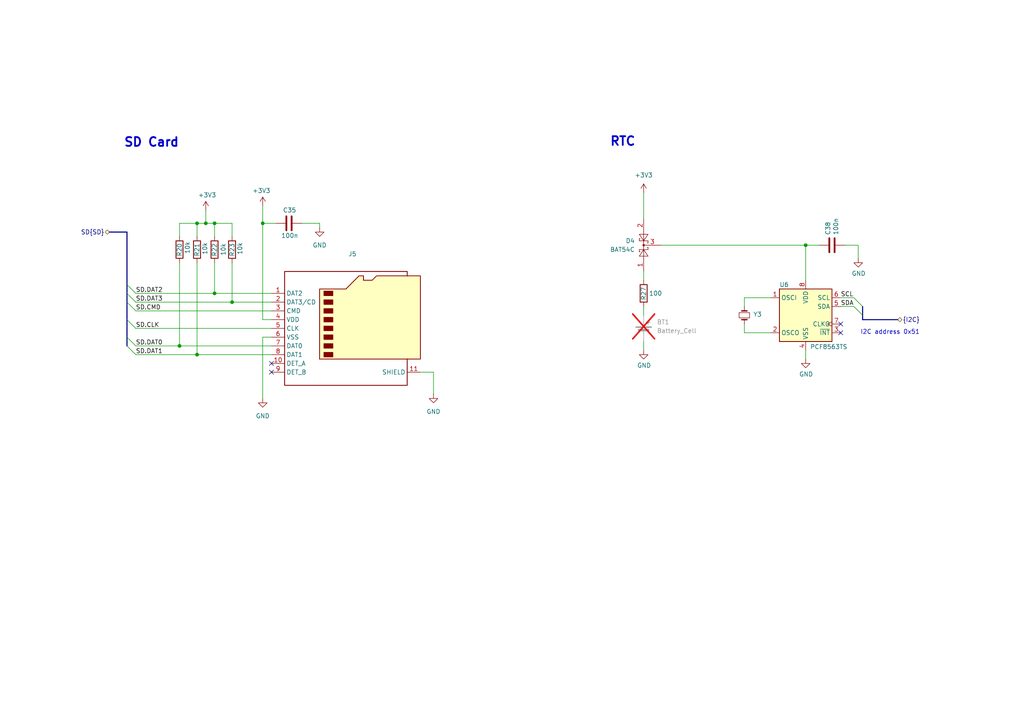
<source format=kicad_sch>
(kicad_sch (version 20250114) (generator "eeschema") (generator_version "9.0")
  (paper "A4")
  (title_block (title "AuraMon") (rev "v0.1"))
  (lib_symbols
    (symbol "Connector:Micro_SD_Card_Det2"
      (property "Reference" "J" (at -16.51 17.78 0))
      (property "Value" "Micro_SD_Card_Det2" (at 16.51 17.78 0))
      (symbol "Micro_SD_Card_Det2_0_1"
        (polyline (pts (xy -8.89 -8.89) (xy -8.89 11.43) (xy -1.27 11.43) (xy 2.54 15.24) (xy 3.81 15.24) (xy 3.81 13.97) (xy 6.35 13.97) (xy 7.62 15.24) (xy 20.32 15.24) (xy 20.32 -8.89) (xy -8.89 -8.89)) (stroke (width 0.254)) (fill (type background)))
        (rectangle (start -7.62 10.795) (end -5.08 9.525) (stroke (width 0.254)) (fill (type outline)))
        (rectangle (start -7.62 8.255) (end -5.08 6.985) (stroke (width 0.254)) (fill (type outline)))
        (rectangle (start -7.62 5.715) (end -5.08 4.445) (stroke (width 0.254)) (fill (type outline)))
        (rectangle (start -7.62 3.175) (end -5.08 1.905) (stroke (width 0.254)) (fill (type outline)))
        (rectangle (start -7.62 0.635) (end -5.08 -0.635) (stroke (width 0.254)) (fill (type outline)))
        (rectangle (start -7.62 -1.905) (end -5.08 -3.175) (stroke (width 0.254)) (fill (type outline)))
        (rectangle (start -7.62 -4.445) (end -5.08 -5.715) (stroke (width 0.254)) (fill (type outline)))
        (rectangle (start -7.62 -6.985) (end -5.08 -8.255) (stroke (width 0.254)) (fill (type outline)))
        (polyline (pts (xy 16.51 15.24) (xy 16.51 16.51) (xy -19.05 16.51) (xy -19.05 -16.51) (xy 16.51 -16.51) (xy 16.51 -8.89)) (stroke (width 0.254)))
      )
      (symbol "Micro_SD_Card_Det2_1_1"
        (pin bidirectional line (at -22.86 10.16 0) (length 3.81) (name "DAT2") (number "1"))
        (pin bidirectional line (at -22.86 7.62 0) (length 3.81) (name "DAT3/CD") (number "2"))
        (pin input line (at -22.86 5.08 0) (length 3.81) (name "CMD") (number "3"))
        (pin power_in line (at -22.86 2.54 0) (length 3.81) (name "VDD") (number "4"))
        (pin input line (at -22.86 0 0) (length 3.81) (name "CLK") (number "5"))
        (pin power_in line (at -22.86 -2.54 0) (length 3.81) (name "VSS") (number "6"))
        (pin bidirectional line (at -22.86 -5.08 0) (length 3.81) (name "DAT0") (number "7"))
        (pin bidirectional line (at -22.86 -7.62 0) (length 3.81) (name "DAT1") (number "8"))
        (pin passive line (at -22.86 -10.16 0) (length 3.81) (name "DET_A") (number "10"))
        (pin passive line (at -22.86 -12.7 0) (length 3.81) (name "DET_B") (number "9"))
        (pin passive line (at 20.32 -12.7 180) (length 3.81) (name "SHIELD") (number "11"))
      )
    )
    (symbol "Device:Battery_Cell" (pin_numbers (hide yes)) (pin_names (offset 0) (hide yes))
      (property "Reference" "BT" (at 2.54 2.54 0))
      (property "Value" "Battery_Cell" (at 2.54 0 0))
      (symbol "Battery_Cell_0_1"
        (rectangle (start -2.286 1.778) (end 2.286 1.524) (fill (type outline)))
        (rectangle (start -1.524 1.016) (end 1.524 0.508) (fill (type outline)))
        (polyline (pts (xy 0 1.778) (xy 0 2.54)))
        (polyline (pts (xy 0 0.762) (xy 0 0)))
        (polyline (pts (xy 0.762 3.048) (xy 1.778 3.048)) (stroke (width 0.254)))
        (polyline (pts (xy 1.27 3.556) (xy 1.27 2.54)) (stroke (width 0.254)))
      )
      (symbol "Battery_Cell_1_1"
        (pin passive line (at 0 5.08 270) (length 2.54) (name "+") (number "1"))
        (pin passive line (at 0 -2.54 90) (length 2.54) (name "-") (number "2"))
      )
    )
    (symbol "Device:C" (pin_numbers (hide yes)) (pin_names (offset 0.254))
      (property "Reference" "C" (at 0.635 2.54 0))
      (property "Value" "C" (at 0.635 -2.54 0))
      (symbol "C_0_1"
        (polyline (pts (xy -2.032 0.762) (xy 2.032 0.762)) (stroke (width 0.508)))
        (polyline (pts (xy -2.032 -0.762) (xy 2.032 -0.762)) (stroke (width 0.508)))
      )
      (symbol "C_1_1"
        (pin passive line (at 0 3.81 270) (length 2.794) (name "~") (number "1"))
        (pin passive line (at 0 -3.81 90) (length 2.794) (name "~") (number "2"))
      )
    )
    (symbol "Device:Crystal_Small" (pin_numbers (hide yes)) (pin_names (offset 1.016) (hide yes))
      (property "Reference" "Y" (at 0 2.54 0))
      (property "Value" "Crystal_Small" (at 0 -2.54 0))
      (symbol "Crystal_Small_0_1"
        (polyline (pts (xy -1.27 -0.762) (xy -1.27 0.762)) (stroke (width 0.381)))
        (rectangle (start -0.762 -1.524) (end 0.762 1.524))
        (polyline (pts (xy 1.27 -0.762) (xy 1.27 0.762)) (stroke (width 0.381)))
      )
      (symbol "Crystal_Small_1_1"
        (pin passive line (at -2.54 0 0) (length 1.27) (name "1") (number "1"))
        (pin passive line (at 2.54 0 180) (length 1.27) (name "2") (number "2"))
      )
    )
    (symbol "Device:R" (pin_numbers (hide yes)) (pin_names (offset 0))
      (property "Reference" "R" (at 2.032 0 90))
      (property "Value" "R" (at 0 0 90))
      (symbol "R_0_1"
        (rectangle (start -1.016 -2.54) (end 1.016 2.54) (stroke (width 0.254)))
      )
      (symbol "R_1_1"
        (pin passive line (at 0 3.81 270) (length 1.27) (name "~") (number "1"))
        (pin passive line (at 0 -3.81 90) (length 1.27) (name "~") (number "2"))
      )
    )
    (symbol "Diode:BAT54C" (pin_names (offset 1.016))
      (property "Reference" "D" (at 0.635 -3.81 0))
      (property "Value" "BAT54C" (at -6.35 3.175 0))
      (symbol "BAT54C_0_1"
        (polyline (pts (xy -3.175 -1.27) (xy -3.175 1.27) (xy -1.27 0) (xy -3.175 -1.27)))
        (polyline (pts (xy -1.905 1.27) (xy -1.905 1.016)))
        (polyline (pts (xy -1.905 0) (xy 1.905 0)))
        (polyline (pts (xy -1.27 1.27) (xy -1.905 1.27)))
        (polyline (pts (xy -1.27 1.27) (xy -1.27 -1.27)))
        (polyline (pts (xy -1.27 0) (xy -3.81 0)))
        (polyline (pts (xy -1.27 -1.27) (xy -0.635 -1.27)))
        (polyline (pts (xy -0.635 -1.27) (xy -0.635 -1.016)))
        (circle (center 0 0) (radius 0.254) (fill (type outline)))
        (polyline (pts (xy 0.635 -1.27) (xy 0.635 -1.016)))
        (polyline (pts (xy 1.27 1.27) (xy 1.27 -1.27)))
        (polyline (pts (xy 1.27 1.27) (xy 1.905 1.27)))
        (polyline (pts (xy 1.27 -1.27) (xy 0.635 -1.27)))
        (polyline (pts (xy 1.905 1.27) (xy 1.905 1.016)))
        (polyline (pts (xy 3.175 -1.27) (xy 3.175 1.27) (xy 1.27 0) (xy 3.175 -1.27)))
        (polyline (pts (xy 3.81 0) (xy 1.27 0)))
      )
      (symbol "BAT54C_1_1"
        (pin passive line (at -7.62 0 0) (length 3.81) (name "~") (number "1"))
        (pin passive line (at 0 -5.08 90) (length 5.08) (name "~") (number "3"))
        (pin passive line (at 7.62 0 180) (length 3.81) (name "~") (number "2"))
      )
    )
    (symbol "Timer_RTC:PCF8563TS"
      (property "Reference" "U" (at -7.62 8.89 0))
      (property "Value" "PCF8563TS" (at 2.54 8.89 0))
      (symbol "PCF8563TS_0_1"
        (rectangle (start -7.62 7.62) (end 7.62 -7.62) (stroke (width 0.254)) (fill (type background)))
      )
      (symbol "PCF8563TS_1_1"
        (pin input line (at -10.16 5.08 0) (length 2.54) (name "OSCI") (number "1"))
        (pin output line (at -10.16 -5.08 0) (length 2.54) (name "OSCO") (number "2"))
        (pin power_in line (at 0 10.16 270) (length 2.54) (name "VDD") (number "8"))
        (pin power_in line (at 0 -10.16 90) (length 2.54) (name "VSS") (number "4"))
        (pin input line (at 10.16 5.08 180) (length 2.54) (name "SCL") (number "6"))
        (pin bidirectional line (at 10.16 2.54 180) (length 2.54) (name "SDA") (number "5"))
        (pin output clock (at 10.16 -2.54 180) (length 2.54) (name "CLKO") (number "7"))
        (pin output line (at 10.16 -5.08 180) (length 2.54) (name "~{INT}") (number "3"))
      )
    )
    (symbol "power:+3V3" (power) (pin_numbers (hide yes)) (pin_names (offset 0) (hide yes))
      (property "Value" "+3V3" (at 0 3.556 0))
      (symbol "+3V3_0_1"
        (polyline (pts (xy -0.762 1.27) (xy 0 2.54)))
        (polyline (pts (xy 0 2.54) (xy 0.762 1.27)))
        (polyline (pts (xy 0 0) (xy 0 2.54)))
      )
      (symbol "+3V3_1_1"
        (pin power_in line (at 0 0 90) (length 0) (name "~") (number "1"))
      )
    )
    (symbol "power:GND" (power) (pin_numbers (hide yes)) (pin_names (offset 0) (hide yes))
      (property "Value" "GND" (at 0 -3.81 0))
      (symbol "GND_0_1"
        (polyline (pts (xy 0 0) (xy 0 -1.27) (xy 1.27 -1.27) (xy 0 -2.54) (xy -1.27 -1.27) (xy 0 -1.27)))
      )
      (symbol "GND_1_1"
        (pin power_in line (at 0 0 270) (length 0) (name "~") (number "1"))
      )
    )
  )
  (bus_alias "SD" (members "CLK" "CMD" "DAT0" "DAT1" "DAT2" "DAT3"))
  (text "I2C address 0x51" (at 249.555 97.155 0) (effects (font (size 1.27 1.27)) (justify left bottom)))
  (text "RTC" (at 176.784 41.148 0) (effects (font (size 2.54 2.54) (thickness 0.508) (bold yes)) (justify left)))
  (text "SD Card" (at 35.814 41.402 0) (effects (font (size 2.54 2.54) (thickness 0.508) (bold yes)) (justify left)))
  (junction (at 59.69 64.77))
  (junction (at 76.2 64.77))
  (junction (at 233.68 71.12))
  (junction (at 62.23 64.77))
  (junction (at 57.15 102.87))
  (junction (at 62.23 85.09))
  (junction (at 57.15 64.77))
  (junction (at 52.07 100.33))
  (junction (at 67.31 87.63))
  (no_connect (at 243.84 93.98))
  (no_connect (at 78.74 107.95))
  (no_connect (at 243.84 96.52))
  (no_connect (at 78.74 105.41))
  (bus_entry (at 36.83 82.55) (size 2.54 2.54))
  (bus_entry (at 36.83 87.63) (size 2.54 2.54))
  (bus_entry (at 36.83 97.79) (size 2.54 2.54))
  (bus_entry (at 36.83 100.33) (size 2.54 2.54))
  (bus_entry (at 250.19 88.9) (size -2.54 -2.54) (stroke (width 0.1524)))
  (bus_entry (at 36.83 85.09) (size 2.54 2.54))
  (bus_entry (at 36.83 92.71) (size 2.54 2.54))
  (bus_entry (at 250.19 91.44) (size -2.54 -2.54) (stroke (width 0.1524)))
  (wire (pts (xy 243.84 88.9) (xy 247.65 88.9)))
  (bus (pts (xy 250.19 88.9) (xy 250.19 91.44)))
  (wire (pts (xy 62.23 64.77) (xy 62.23 68.58)))
  (wire (pts (xy 52.07 76.2) (xy 52.07 100.33)))
  (wire (pts (xy 215.9 86.36) (xy 223.52 86.36)))
  (wire (pts (xy 186.69 88.9) (xy 186.69 91.44)))
  (wire (pts (xy 67.31 64.77) (xy 67.31 68.58)))
  (wire (pts (xy 92.71 66.04) (xy 92.71 64.77)))
  (wire (pts (xy 59.69 64.77) (xy 62.23 64.77)))
  (wire (pts (xy 52.07 64.77) (xy 57.15 64.77)))
  (wire (pts (xy 78.74 97.79) (xy 76.2 97.79)))
  (wire (pts (xy 76.2 64.77) (xy 76.2 59.69)))
  (wire (pts (xy 57.15 102.87) (xy 78.74 102.87)))
  (wire (pts (xy 76.2 97.79) (xy 76.2 115.57)))
  (wire (pts (xy 57.15 64.77) (xy 57.15 68.58)))
  (wire (pts (xy 62.23 64.77) (xy 67.31 64.77)))
  (wire (pts (xy 125.73 107.95) (xy 121.92 107.95)))
  (wire (pts (xy 248.92 71.12) (xy 245.11 71.12)))
  (wire (pts (xy 59.69 60.96) (xy 59.69 64.77)))
  (wire (pts (xy 39.37 100.33) (xy 52.07 100.33)))
  (bus (pts (xy 36.83 82.55) (xy 36.83 85.09)))
  (wire (pts (xy 80.01 64.77) (xy 76.2 64.77)))
  (wire (pts (xy 92.71 64.77) (xy 87.63 64.77)))
  (bus (pts (xy 36.83 67.31) (xy 31.75 67.31)))
  (wire (pts (xy 39.37 102.87) (xy 57.15 102.87)))
  (bus (pts (xy 250.19 91.44) (xy 250.19 92.71)))
  (wire (pts (xy 67.31 87.63) (xy 78.74 87.63)))
  (wire (pts (xy 57.15 64.77) (xy 59.69 64.77)))
  (wire (pts (xy 191.77 71.12) (xy 233.68 71.12)))
  (wire (pts (xy 125.73 114.3) (xy 125.73 107.95)))
  (wire (pts (xy 62.23 76.2) (xy 62.23 85.09)))
  (bus (pts (xy 36.83 97.79) (xy 36.83 100.33)))
  (wire (pts (xy 233.68 71.12) (xy 237.49 71.12)))
  (bus (pts (xy 250.19 92.71) (xy 260.35 92.71)))
  (wire (pts (xy 233.68 101.6) (xy 233.68 104.14)))
  (wire (pts (xy 248.92 71.12) (xy 248.92 74.93)))
  (bus (pts (xy 36.83 87.63) (xy 36.83 92.71)))
  (wire (pts (xy 76.2 92.71) (xy 78.74 92.71)))
  (wire (pts (xy 39.37 85.09) (xy 62.23 85.09)))
  (wire (pts (xy 215.9 93.98) (xy 215.9 96.52)))
  (wire (pts (xy 62.23 85.09) (xy 78.74 85.09)))
  (wire (pts (xy 186.69 78.74) (xy 186.69 81.28)))
  (wire (pts (xy 52.07 100.33) (xy 78.74 100.33)))
  (wire (pts (xy 39.37 90.17) (xy 78.74 90.17)))
  (wire (pts (xy 186.69 55.88) (xy 186.69 63.5)))
  (wire (pts (xy 186.69 99.06) (xy 186.69 101.6)))
  (bus (pts (xy 36.83 92.71) (xy 36.83 97.79)))
  (bus (pts (xy 36.83 85.09) (xy 36.83 87.63)))
  (wire (pts (xy 233.68 81.28) (xy 233.68 71.12)))
  (bus (pts (xy 36.83 67.31) (xy 36.83 82.55)))
  (wire (pts (xy 67.31 76.2) (xy 67.31 87.63)))
  (wire (pts (xy 76.2 64.77) (xy 76.2 92.71)))
  (wire (pts (xy 52.07 68.58) (xy 52.07 64.77)))
  (wire (pts (xy 39.37 87.63) (xy 67.31 87.63)))
  (wire (pts (xy 243.84 86.36) (xy 247.65 86.36)))
  (wire (pts (xy 57.15 76.2) (xy 57.15 102.87)))
  (wire (pts (xy 223.52 96.52) (xy 215.9 96.52)))
  (wire (pts (xy 39.37 95.25) (xy 78.74 95.25)))
  (wire (pts (xy 215.9 86.36) (xy 215.9 88.9)))
  (label "SCL" (at 243.84 86.36 0))
  (label "SDA" (at 243.84 88.9 0))
  (label "SD.DAT0" (at 39.37 100.33 0))
  (label "SD.DAT1" (at 39.37 102.87 0))
  (label "SD.DAT2" (at 39.37 85.09 0))
  (label "SD.CLK" (at 39.37 95.25 0))
  (label "SD.CMD" (at 39.37 90.17 0))
  (label "SD.DAT3" (at 39.37 87.63 0))
  (hierarchical_label "SD{SD}" (shape bidirectional) (at 31.75 67.31 180))
  (hierarchical_label "{I2C}" (shape bidirectional) (at 260.35 92.71 0))
  (symbol (lib_id "power:GND") (at 76.2 115.57 0) (unit 1)
    (property "Reference" "#PWR066" (effects (hide yes)))
    (property "Value" "GND" (at 76.2 120.65 0))
    (property "Description" "Power symbol creates a global label with name \"GND\" , ground" (effects (hide yes)))
  )
  (symbol (lib_id "Device:R") (at 62.23 72.39 0) (unit 1)
    (property "Reference" "R22" (at 62.23 74.422 90) (effects (justify left)))
    (property "Value" "10k" (at 64.77 74.168 90) (effects (justify left)))
    (property "Footprint" "Resistor_SMD:R_0402_1005Metric" (effects (hide yes)))
    (property "Datasheet" "https://jlcpcb.com/api/file/downloadByFileSystemAccessId/8588894495601123328" (effects (hide yes)))
    (property "Description" "-55℃~+155℃ 10kΩ 50V 62.5mW Thick Film Resistor ±100ppm/℃ ±5% 0402 Chip Resistor - Surface Mount ROHS" (effects (hide yes)))
    (property "MPN" "RC0402JR-0710KL" (effects (hide yes)))
    (property "Manufacturer" "YAGEO" (effects (hide yes)))
    (property "JLCPCB Part #" "C60489" (effects (hide yes)))
  )
  (symbol (lib_id "Diode:BAT54C") (at 186.69 71.12 90) (unit 1)
    (property "Reference" "D4" (at 184.15 69.8499 90) (effects (justify left)))
    (property "Value" "BAT54C" (at 184.15 72.3899 90) (effects (justify left)))
    (property "Footprint" "Package_TO_SOT_SMD:SOT-23" (effects (hide yes)))
    (property "Datasheet" "http://www.diodes.com/_files/datasheets/ds11005.pdf" (effects (hide yes)))
    (property "Description" "-65℃~+150℃ 1 Pair Common Cathode 200mA 2uA@25V 30V 600mA 800mV@100mA SOT-23 Schottky Diodes ROHS" (effects (hide yes)))
    (property "MPN" "BAT54C-7-F" (effects (hide yes)))
    (property "Manufacturer" "Diodes Incorporated" (effects (hide yes)))
    (property "JLCPCB Part #" "C134405" (effects (hide yes)))
  )
  (symbol (lib_id "Device:R") (at 57.15 72.39 0) (unit 1)
    (property "Reference" "R21" (at 57.15 74.422 90) (effects (justify left)))
    (property "Value" "10k" (at 59.436 73.914 90) (effects (justify left)))
    (property "Footprint" "Resistor_SMD:R_0402_1005Metric" (effects (hide yes)))
    (property "Datasheet" "https://jlcpcb.com/api/file/downloadByFileSystemAccessId/8588894495601123328" (effects (hide yes)))
    (property "Description" "-55℃~+155℃ 10kΩ 50V 62.5mW Thick Film Resistor ±100ppm/℃ ±5% 0402 Chip Resistor - Surface Mount ROHS" (effects (hide yes)))
    (property "MPN" "RC0402JR-0710KL" (effects (hide yes)))
    (property "Manufacturer" "YAGEO" (effects (hide yes)))
    (property "JLCPCB Part #" "C60489" (effects (hide yes)))
  )
  (symbol (lib_id "power:GND") (at 186.69 101.6 0) (unit 1)
    (property "Reference" "#PWR058" (effects (hide yes)))
    (property "Value" "GND" (at 186.817 105.9942 0))
  )
  (symbol (lib_id "Device:R") (at 186.69 85.09 0) (unit 1)
    (property "Reference" "R27" (at 186.69 87.122 90) (effects (justify left)))
    (property "Value" "100" (at 188.214 85.09 0) (effects (justify left)))
    (property "Footprint" "AuraMon:R_0402_1005Metric" (effects (hide yes)))
    (property "Datasheet" "https://jlcpcb.com/api/file/downloadByFileSystemAccessId/8588898673979351040" (effects (hide yes)))
    (property "Description" "-55℃~+155℃ 100Ω 50V 62.5mW Thick Film Resistor ±1% ±100ppm/℃ 0402 Chip Resistor - Surface Mount ROHS" (effects (hide yes)))
    (property "MPN" "RC0402FR-07100RL" (effects (hide yes)))
    (property "Manufacturer" "YAGEO" (effects (hide yes)))
    (property "JLCPCB Part #" "C106232" (effects (hide yes)))
  )
  (symbol (lib_id "Device:Crystal_Small") (at 215.9 91.44 270) (unit 1)
    (property "Reference" "Y3" (at 218.44 91.186 90) (effects (justify left)))
    (property "Value" "X321532768KGD2SI" (effects (hide yes)))
    (property "Footprint" "Crystal:Crystal_SMD_3215-2Pin_3.2x1.5mm" (effects (hide yes)))
    (property "Datasheet" "https://jlcpcb.com/api/file/downloadByFileSystemAccessId/8576162875842891776" (effects (hide yes)))
    (property "Description" "-40℃~+85℃ 12.5pF 32.768kHz Crystal Oscillator ±20ppm ±30ppm SMD3215-2P Crystals ROHS" (effects (hide yes)))
    (property "MPN" "X321532768KGD2SI" (effects (hide yes)))
    (property "Manufacturer" "YXC Crystal Oscillators" (effects (hide yes)))
    (property "JLCPCB Part #" "C620155" (effects (hide yes)))
  )
  (symbol (lib_id "Connector:Micro_SD_Card_Det2") (at 101.6 95.25 0) (unit 1)
    (property "Reference" "J5" (at 102.235 73.66 0))
    (property "Value" "Micro_SD_Card_Det_Hirose_DM3AT" (effects (hide yes)))
    (property "Footprint" "AuraMon:MOLEX_104031-0811" (effects (hide yes)))
    (property "Datasheet" "https://www.molex.com/content/dam/molex/molex-dot-com/products/automated/en-us/salesdrawingpdf/104/104031/1040310811_sd.pdf?inline" (effects (hide yes)))
    (property "Description" "-25℃~+85℃ 1.42mm Connector and Ejector MicroSD Card (TF Card) Push-Pull SMD SD Card / Memory Card Connector ROHS" (effects (hide yes)))
    (property "MPN" "1040310811" (effects (hide yes)))
    (property "Manufacturer" "MOLEX" (effects (hide yes)))
    (property "JLCPCB Part #" "C585350" (effects (hide yes)))
  )
  (symbol (lib_id "Timer_RTC:PCF8563TS") (at 233.68 91.44 0) (unit 1)
    (property "Reference" "U6" (at 226.06 82.55 0) (effects (justify left)))
    (property "Value" "PCF8563TS" (at 234.95 100.584 0) (effects (justify left)))
    (property "Footprint" "Package_SO:MSOP-8_3x3mm_P0.65mm" (effects (hide yes)))
    (property "Datasheet" "https://www.nxp.com/docs/en/data-sheet/PCF8563.pdf" (effects (hide yes)))
    (property "Description" "TSSOP-8-3.0mm Real Time Clocks ROHS" (effects (hide yes)))
    (property "MPN" "PCF85063ATT/AJ" (effects (hide yes)))
    (property "Manufacturer" "NXP Semicon" (effects (hide yes)))
    (property "JLCPCB Part #" "C165608" (effects (hide yes)))
  )
  (symbol (lib_id "Device:R") (at 52.07 72.39 0) (unit 1)
    (property "Reference" "R20" (at 52.07 74.422 90) (effects (justify left)))
    (property "Value" "10k" (at 54.356 73.66 90) (effects (justify left)))
    (property "Footprint" "Resistor_SMD:R_0402_1005Metric" (effects (hide yes)))
    (property "Datasheet" "https://jlcpcb.com/api/file/downloadByFileSystemAccessId/8588894495601123328" (effects (hide yes)))
    (property "Description" "-55℃~+155℃ 10kΩ 50V 62.5mW Thick Film Resistor ±100ppm/℃ ±5% 0402 Chip Resistor - Surface Mount ROHS" (effects (hide yes)))
    (property "MPN" "RC0402JR-0710KL" (effects (hide yes)))
    (property "Manufacturer" "YAGEO" (effects (hide yes)))
    (property "JLCPCB Part #" "C60489" (effects (hide yes)))
  )
  (symbol (lib_id "power:GND") (at 125.73 114.3 0) (unit 1)
    (property "Reference" "#PWR067" (effects (hide yes)))
    (property "Value" "GND" (at 125.73 119.38 0))
    (property "Description" "Power symbol creates a global label with name \"GND\" , ground" (effects (hide yes)))
  )
  (symbol (lib_id "Device:Battery_Cell") (at 186.69 96.52 0) (unit 1) (dnp yes)
    (property "Reference" "BT1" (at 190.5 93.4084 0) (effects (justify left)))
    (property "Value" "Battery_Cell" (at 190.5 95.9484 0) (effects (justify left)))
    (property "Footprint" "Battery:BatteryHolder_Keystone_1060_1x2032" (effects (hide yes)))
    (property "Description" "Single-cell battery" (effects (hide yes)))
  )
  (symbol (lib_id "Device:C") (at 83.82 64.77 270) (mirror x) (unit 1)
    (property "Reference" "C35" (at 82.042 60.96 90) (effects (justify left)))
    (property "Value" "100n" (at 81.534 68.326 90) (effects (justify left)))
    (property "Footprint" "AuraMon:C_0402_1005Metric" (effects (hide yes)))
    (property "Datasheet" "https://www.lcsc.com/datasheet/lcsc_datasheet_2304140030_Samsung-Electro-Mechanics-CL05B104KO5NNNC_C1525.pdf" (effects (hide yes)))
    (property "Description" "16V 100nF X7R ±10% 0402 Multilayer Ceramic Capacitors MLCC - SMD/SMT ROHS" (effects (hide yes)))
    (property "MPN" "CL05B104KO5NNNC" (effects (hide yes)))
    (property "Manufacturer" "Samsung Electro-Mechanics" (effects (hide yes)))
    (property "JLCPCB Part #" "C1525" (effects (hide yes)))
  )
  (symbol (lib_id "power:GND") (at 248.92 74.93 0) (unit 1)
    (property "Reference" "#PWR059" (effects (hide yes)))
    (property "Value" "GND" (at 249.047 79.3242 0))
  )
  (symbol (lib_id "Device:C") (at 241.3 71.12 90) (unit 1)
    (property "Reference" "C38" (at 240.1316 68.199 0) (effects (justify left)))
    (property "Value" "100n" (at 242.443 68.199 0) (effects (justify left)))
    (property "Footprint" "AuraMon:C_0402_1005Metric" (effects (hide yes)))
    (property "Datasheet" "https://www.lcsc.com/datasheet/lcsc_datasheet_2304140030_Samsung-Electro-Mechanics-CL05B104KO5NNNC_C1525.pdf" (effects (hide yes)))
    (property "Description" "16V 100nF X7R ±10% 0402 Multilayer Ceramic Capacitors MLCC - SMD/SMT ROHS" (effects (hide yes)))
    (property "MPN" "CL05B104KO5NNNC" (effects (hide yes)))
    (property "JLCPCB Part #" "C1525" (effects (hide yes)))
    (property "Manufacturer" "Samsung Electro-Mechanics" (effects (hide yes)))
  )
  (symbol (lib_id "Device:R") (at 67.31 72.39 0) (unit 1)
    (property "Reference" "R23" (at 67.31 74.422 90) (effects (justify left)))
    (property "Value" "10k" (at 69.596 73.914 90) (effects (justify left)))
    (property "Footprint" "Resistor_SMD:R_0402_1005Metric" (effects (hide yes)))
    (property "Datasheet" "https://jlcpcb.com/api/file/downloadByFileSystemAccessId/8588894495601123328" (effects (hide yes)))
    (property "Description" "-55℃~+155℃ 10kΩ 50V 62.5mW Thick Film Resistor ±100ppm/℃ ±5% 0402 Chip Resistor - Surface Mount ROHS" (effects (hide yes)))
    (property "MPN" "RC0402JR-0710KL" (effects (hide yes)))
    (property "Manufacturer" "YAGEO" (effects (hide yes)))
    (property "JLCPCB Part #" "C60489" (effects (hide yes)))
  )
  (symbol (lib_id "power:+3V3") (at 76.2 59.69 0) (mirror y) (unit 1)
    (property "Reference" "#PWR043" (effects (hide yes)))
    (property "Value" "+3V3" (at 75.819 55.2958 0))
  )
  (symbol (lib_id "power:+3V3") (at 59.69 60.96 0) (unit 1)
    (property "Reference" "#PWR045" (effects (hide yes)))
    (property "Value" "+3V3" (at 60.071 56.5658 0))
  )
  (symbol (lib_id "power:+3V3") (at 186.69 55.88 0) (unit 1)
    (property "Reference" "#PWR057" (effects (hide yes)))
    (property "Value" "+3V3" (at 186.69 50.8 0))
    (property "Description" "Power symbol creates a global label with name \"+3V3\"" (effects (hide yes)))
  )
  (symbol (lib_id "power:GND") (at 233.68 104.14 0) (unit 1)
    (property "Reference" "#PWR014" (effects (hide yes)))
    (property "Value" "GND" (at 233.807 108.5342 0))
  )
  (symbol (lib_id "power:GND") (at 92.71 66.04 0) (mirror y) (unit 1)
    (property "Reference" "#PWR042" (effects (hide yes)))
    (property "Value" "GND" (at 92.71 71.12 0))
    (property "Description" "Power symbol creates a global label with name \"GND\" , ground" (effects (hide yes)))
  )
)
</source>
